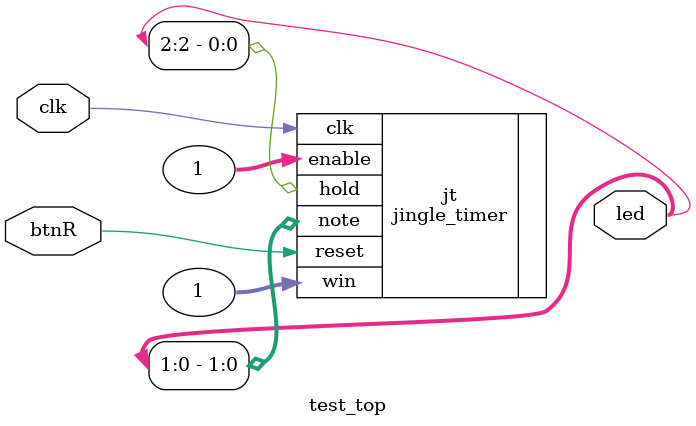
<source format=v>
module test_top(
    output [2:0] led,
    input clk, btnR
    );
jingle_timer jt (
    .note(led [1:0]),
    .hold (led [2] ),
    .win(1),
    .enable(1),
    .reset(btnR),
    .clk(clk)
);    
    
endmodule
</source>
